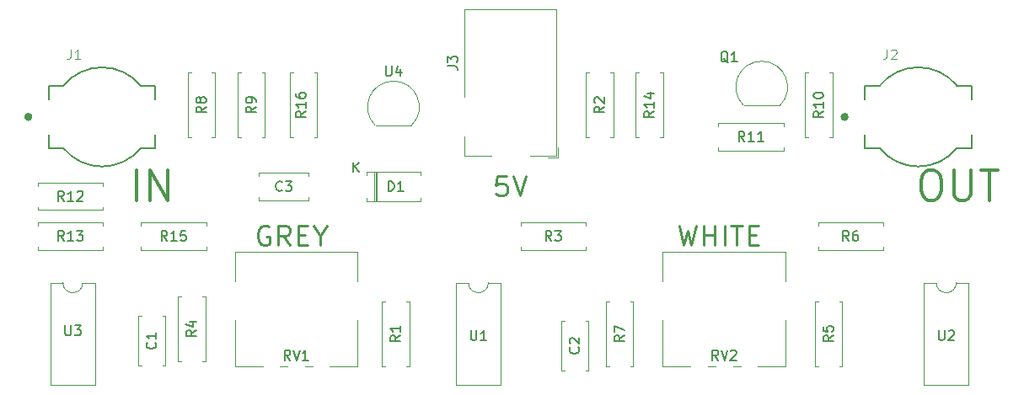
<source format=gbr>
G04 #@! TF.GenerationSoftware,KiCad,Pcbnew,(5.1.4-0-10_14)*
G04 #@! TF.CreationDate,2020-06-13T16:56:11+02:00*
G04 #@! TF.ProjectId,two_comparator_effect,74776f5f-636f-46d7-9061-7261746f725f,rev?*
G04 #@! TF.SameCoordinates,Original*
G04 #@! TF.FileFunction,Legend,Top*
G04 #@! TF.FilePolarity,Positive*
%FSLAX46Y46*%
G04 Gerber Fmt 4.6, Leading zero omitted, Abs format (unit mm)*
G04 Created by KiCad (PCBNEW (5.1.4-0-10_14)) date 2020-06-13 16:56:11*
%MOMM*%
%LPD*%
G04 APERTURE LIST*
%ADD10C,0.250000*%
%ADD11C,0.350000*%
%ADD12C,0.120000*%
%ADD13C,0.400000*%
%ADD14C,0.127000*%
%ADD15C,0.150000*%
%ADD16C,0.050000*%
G04 APERTURE END LIST*
D10*
X139619047Y-57904761D02*
X138666666Y-57904761D01*
X138571428Y-58857142D01*
X138666666Y-58761904D01*
X138857142Y-58666666D01*
X139333333Y-58666666D01*
X139523809Y-58761904D01*
X139619047Y-58857142D01*
X139714285Y-59047619D01*
X139714285Y-59523809D01*
X139619047Y-59714285D01*
X139523809Y-59809523D01*
X139333333Y-59904761D01*
X138857142Y-59904761D01*
X138666666Y-59809523D01*
X138571428Y-59714285D01*
X140285714Y-57904761D02*
X140952380Y-59904761D01*
X141619047Y-57904761D01*
X156952380Y-62904761D02*
X157428571Y-64904761D01*
X157809523Y-63476190D01*
X158190476Y-64904761D01*
X158666666Y-62904761D01*
X159428571Y-64904761D02*
X159428571Y-62904761D01*
X159428571Y-63857142D02*
X160571428Y-63857142D01*
X160571428Y-64904761D02*
X160571428Y-62904761D01*
X161523809Y-64904761D02*
X161523809Y-62904761D01*
X162190476Y-62904761D02*
X163333333Y-62904761D01*
X162761904Y-64904761D02*
X162761904Y-62904761D01*
X164000000Y-63857142D02*
X164666666Y-63857142D01*
X164952380Y-64904761D02*
X164000000Y-64904761D01*
X164000000Y-62904761D01*
X164952380Y-62904761D01*
X115761904Y-63000000D02*
X115571428Y-62904761D01*
X115285714Y-62904761D01*
X115000000Y-63000000D01*
X114809523Y-63190476D01*
X114714285Y-63380952D01*
X114619047Y-63761904D01*
X114619047Y-64047619D01*
X114714285Y-64428571D01*
X114809523Y-64619047D01*
X115000000Y-64809523D01*
X115285714Y-64904761D01*
X115476190Y-64904761D01*
X115761904Y-64809523D01*
X115857142Y-64714285D01*
X115857142Y-64047619D01*
X115476190Y-64047619D01*
X117857142Y-64904761D02*
X117190476Y-63952380D01*
X116714285Y-64904761D02*
X116714285Y-62904761D01*
X117476190Y-62904761D01*
X117666666Y-63000000D01*
X117761904Y-63095238D01*
X117857142Y-63285714D01*
X117857142Y-63571428D01*
X117761904Y-63761904D01*
X117666666Y-63857142D01*
X117476190Y-63952380D01*
X116714285Y-63952380D01*
X118714285Y-63857142D02*
X119380952Y-63857142D01*
X119666666Y-64904761D02*
X118714285Y-64904761D01*
X118714285Y-62904761D01*
X119666666Y-62904761D01*
X120904761Y-63952380D02*
X120904761Y-64904761D01*
X120238095Y-62904761D02*
X120904761Y-63952380D01*
X121571428Y-62904761D01*
D11*
X182000000Y-57357142D02*
X182571428Y-57357142D01*
X182857142Y-57500000D01*
X183142857Y-57785714D01*
X183285714Y-58357142D01*
X183285714Y-59357142D01*
X183142857Y-59928571D01*
X182857142Y-60214285D01*
X182571428Y-60357142D01*
X182000000Y-60357142D01*
X181714285Y-60214285D01*
X181428571Y-59928571D01*
X181285714Y-59357142D01*
X181285714Y-58357142D01*
X181428571Y-57785714D01*
X181714285Y-57500000D01*
X182000000Y-57357142D01*
X184571428Y-57357142D02*
X184571428Y-59785714D01*
X184714285Y-60071428D01*
X184857142Y-60214285D01*
X185142857Y-60357142D01*
X185714285Y-60357142D01*
X186000000Y-60214285D01*
X186142857Y-60071428D01*
X186285714Y-59785714D01*
X186285714Y-57357142D01*
X187285714Y-57357142D02*
X189000000Y-57357142D01*
X188142857Y-60357142D02*
X188142857Y-57357142D01*
X102428571Y-60357142D02*
X102428571Y-57357142D01*
X103857142Y-60357142D02*
X103857142Y-57357142D01*
X105571428Y-60357142D01*
X105571428Y-57357142D01*
D12*
X105370000Y-72030000D02*
X105370000Y-76970000D01*
X102630000Y-72030000D02*
X102630000Y-76970000D01*
X105370000Y-72030000D02*
X105055000Y-72030000D01*
X102945000Y-72030000D02*
X102630000Y-72030000D01*
X105370000Y-76970000D02*
X105055000Y-76970000D01*
X102945000Y-76970000D02*
X102630000Y-76970000D01*
X145445000Y-77470000D02*
X145130000Y-77470000D01*
X147870000Y-77470000D02*
X147555000Y-77470000D01*
X145445000Y-72530000D02*
X145130000Y-72530000D01*
X147870000Y-72530000D02*
X147555000Y-72530000D01*
X145130000Y-72530000D02*
X145130000Y-77470000D01*
X147870000Y-72530000D02*
X147870000Y-77470000D01*
X119720000Y-60370000D02*
X114780000Y-60370000D01*
X119720000Y-57630000D02*
X114780000Y-57630000D01*
X119720000Y-60370000D02*
X119720000Y-60055000D01*
X119720000Y-57945000D02*
X119720000Y-57630000D01*
X114780000Y-60370000D02*
X114780000Y-60055000D01*
X114780000Y-57945000D02*
X114780000Y-57630000D01*
X125590000Y-57860000D02*
X125590000Y-57530000D01*
X125590000Y-57530000D02*
X131030000Y-57530000D01*
X131030000Y-57530000D02*
X131030000Y-57860000D01*
X125590000Y-60140000D02*
X125590000Y-60470000D01*
X125590000Y-60470000D02*
X131030000Y-60470000D01*
X131030000Y-60470000D02*
X131030000Y-60140000D01*
X126490000Y-57530000D02*
X126490000Y-60470000D01*
X126610000Y-57530000D02*
X126610000Y-60470000D01*
X126370000Y-57530000D02*
X126370000Y-60470000D01*
D13*
X91800000Y-52000000D02*
G75*
G03X91800000Y-52000000I-200000J0D01*
G01*
D14*
X104350000Y-48865000D02*
X102884000Y-48865000D01*
X95116000Y-48865000D02*
X93650000Y-48865000D01*
X95116000Y-55135000D02*
X93650000Y-55135000D01*
X104350000Y-55135000D02*
X102884000Y-55135000D01*
X95117924Y-48862628D02*
G75*
G02X102884000Y-48865000I3882076J-3151223D01*
G01*
X102882076Y-55137372D02*
G75*
G02X95116000Y-55135000I-3882076J3151223D01*
G01*
X93650000Y-53765000D02*
X93650000Y-55135000D01*
X93650000Y-48865000D02*
X93650000Y-50235000D01*
X104350000Y-48865000D02*
X104350000Y-50235000D01*
X104350000Y-53765000D02*
X104350000Y-55135000D01*
X186350000Y-53765000D02*
X186350000Y-55135000D01*
X186350000Y-48865000D02*
X186350000Y-50235000D01*
X175650000Y-48865000D02*
X175650000Y-50235000D01*
X175650000Y-53765000D02*
X175650000Y-55135000D01*
X184882076Y-55137372D02*
G75*
G02X177116000Y-55135000I-3882076J3151223D01*
G01*
X177117924Y-48862628D02*
G75*
G02X184884000Y-48865000I3882076J-3151223D01*
G01*
X186350000Y-55135000D02*
X184884000Y-55135000D01*
X177116000Y-55135000D02*
X175650000Y-55135000D01*
X177116000Y-48865000D02*
X175650000Y-48865000D01*
X186350000Y-48865000D02*
X184884000Y-48865000D01*
D13*
X173800000Y-52000000D02*
G75*
G03X173800000Y-52000000I-200000J0D01*
G01*
D12*
X143750000Y-56100000D02*
X144800000Y-56100000D01*
X144800000Y-55050000D02*
X144800000Y-56100000D01*
X135400000Y-50000000D02*
X135400000Y-41200000D01*
X135400000Y-41200000D02*
X144600000Y-41200000D01*
X138100000Y-55900000D02*
X135400000Y-55900000D01*
X135400000Y-55900000D02*
X135400000Y-54000000D01*
X144600000Y-41200000D02*
X144600000Y-55900000D01*
X144600000Y-55900000D02*
X142000000Y-55900000D01*
X167108478Y-50838478D02*
G75*
G03X165270000Y-46400000I-1838478J1838478D01*
G01*
X163431522Y-50838478D02*
G75*
G02X165270000Y-46400000I1838478J1838478D01*
G01*
X163470000Y-50850000D02*
X167070000Y-50850000D01*
X129540000Y-70540000D02*
X129870000Y-70540000D01*
X129870000Y-70540000D02*
X129870000Y-77080000D01*
X129870000Y-77080000D02*
X129540000Y-77080000D01*
X127460000Y-70540000D02*
X127130000Y-70540000D01*
X127130000Y-70540000D02*
X127130000Y-77080000D01*
X127130000Y-77080000D02*
X127460000Y-77080000D01*
X147630000Y-54080000D02*
X147960000Y-54080000D01*
X147630000Y-47540000D02*
X147630000Y-54080000D01*
X147960000Y-47540000D02*
X147630000Y-47540000D01*
X150370000Y-54080000D02*
X150040000Y-54080000D01*
X150370000Y-47540000D02*
X150370000Y-54080000D01*
X150040000Y-47540000D02*
X150370000Y-47540000D01*
X141040000Y-62960000D02*
X141040000Y-62630000D01*
X141040000Y-62630000D02*
X147580000Y-62630000D01*
X147580000Y-62630000D02*
X147580000Y-62960000D01*
X141040000Y-65040000D02*
X141040000Y-65370000D01*
X141040000Y-65370000D02*
X147580000Y-65370000D01*
X147580000Y-65370000D02*
X147580000Y-65040000D01*
X106630000Y-76580000D02*
X106960000Y-76580000D01*
X106630000Y-70040000D02*
X106630000Y-76580000D01*
X106960000Y-70040000D02*
X106630000Y-70040000D01*
X109370000Y-76580000D02*
X109040000Y-76580000D01*
X109370000Y-70040000D02*
X109370000Y-76580000D01*
X109040000Y-70040000D02*
X109370000Y-70040000D01*
X170630000Y-77080000D02*
X170960000Y-77080000D01*
X170630000Y-70540000D02*
X170630000Y-77080000D01*
X170960000Y-70540000D02*
X170630000Y-70540000D01*
X173370000Y-77080000D02*
X173040000Y-77080000D01*
X173370000Y-70540000D02*
X173370000Y-77080000D01*
X173040000Y-70540000D02*
X173370000Y-70540000D01*
X170920000Y-62630000D02*
X170920000Y-62960000D01*
X177460000Y-62630000D02*
X170920000Y-62630000D01*
X177460000Y-62960000D02*
X177460000Y-62630000D01*
X170920000Y-65370000D02*
X170920000Y-65040000D01*
X177460000Y-65370000D02*
X170920000Y-65370000D01*
X177460000Y-65040000D02*
X177460000Y-65370000D01*
X152040000Y-70540000D02*
X152370000Y-70540000D01*
X152370000Y-70540000D02*
X152370000Y-77080000D01*
X152370000Y-77080000D02*
X152040000Y-77080000D01*
X149960000Y-70540000D02*
X149630000Y-70540000D01*
X149630000Y-70540000D02*
X149630000Y-77080000D01*
X149630000Y-77080000D02*
X149960000Y-77080000D01*
X110040000Y-47540000D02*
X110370000Y-47540000D01*
X110370000Y-47540000D02*
X110370000Y-54080000D01*
X110370000Y-54080000D02*
X110040000Y-54080000D01*
X107960000Y-47540000D02*
X107630000Y-47540000D01*
X107630000Y-47540000D02*
X107630000Y-54080000D01*
X107630000Y-54080000D02*
X107960000Y-54080000D01*
X112630000Y-54080000D02*
X112960000Y-54080000D01*
X112630000Y-47540000D02*
X112630000Y-54080000D01*
X112960000Y-47540000D02*
X112630000Y-47540000D01*
X115370000Y-54080000D02*
X115040000Y-54080000D01*
X115370000Y-47540000D02*
X115370000Y-54080000D01*
X115040000Y-47540000D02*
X115370000Y-47540000D01*
X169630000Y-54080000D02*
X169960000Y-54080000D01*
X169630000Y-47540000D02*
X169630000Y-54080000D01*
X169960000Y-47540000D02*
X169630000Y-47540000D01*
X172370000Y-54080000D02*
X172040000Y-54080000D01*
X172370000Y-47540000D02*
X172370000Y-54080000D01*
X172040000Y-47540000D02*
X172370000Y-47540000D01*
X167460000Y-55040000D02*
X167460000Y-55370000D01*
X167460000Y-55370000D02*
X160920000Y-55370000D01*
X160920000Y-55370000D02*
X160920000Y-55040000D01*
X167460000Y-52960000D02*
X167460000Y-52630000D01*
X167460000Y-52630000D02*
X160920000Y-52630000D01*
X160920000Y-52630000D02*
X160920000Y-52960000D01*
X92540000Y-58960000D02*
X92540000Y-58630000D01*
X92540000Y-58630000D02*
X99080000Y-58630000D01*
X99080000Y-58630000D02*
X99080000Y-58960000D01*
X92540000Y-61040000D02*
X92540000Y-61370000D01*
X92540000Y-61370000D02*
X99080000Y-61370000D01*
X99080000Y-61370000D02*
X99080000Y-61040000D01*
X92540000Y-62960000D02*
X92540000Y-62630000D01*
X92540000Y-62630000D02*
X99080000Y-62630000D01*
X99080000Y-62630000D02*
X99080000Y-62960000D01*
X92540000Y-65040000D02*
X92540000Y-65370000D01*
X92540000Y-65370000D02*
X99080000Y-65370000D01*
X99080000Y-65370000D02*
X99080000Y-65040000D01*
X152630000Y-54080000D02*
X152960000Y-54080000D01*
X152630000Y-47540000D02*
X152630000Y-54080000D01*
X152960000Y-47540000D02*
X152630000Y-47540000D01*
X155370000Y-54080000D02*
X155040000Y-54080000D01*
X155370000Y-47540000D02*
X155370000Y-54080000D01*
X155040000Y-47540000D02*
X155370000Y-47540000D01*
X102920000Y-62630000D02*
X102920000Y-62960000D01*
X109460000Y-62630000D02*
X102920000Y-62630000D01*
X109460000Y-62960000D02*
X109460000Y-62630000D01*
X102920000Y-65370000D02*
X102920000Y-65040000D01*
X109460000Y-65370000D02*
X102920000Y-65370000D01*
X109460000Y-65040000D02*
X109460000Y-65370000D01*
X120290000Y-47540000D02*
X120620000Y-47540000D01*
X120620000Y-47540000D02*
X120620000Y-54080000D01*
X120620000Y-54080000D02*
X120290000Y-54080000D01*
X118210000Y-47540000D02*
X117880000Y-47540000D01*
X117880000Y-47540000D02*
X117880000Y-54080000D01*
X117880000Y-54080000D02*
X118210000Y-54080000D01*
X112330000Y-65530000D02*
X124670000Y-65530000D01*
X121870000Y-77120000D02*
X124670000Y-77120000D01*
X119371000Y-77120000D02*
X120130000Y-77120000D01*
X116871000Y-77120000D02*
X117630000Y-77120000D01*
X112330000Y-77120000D02*
X115129000Y-77120000D01*
X124670000Y-68545000D02*
X124670000Y-65530000D01*
X124670000Y-77120000D02*
X124670000Y-72454000D01*
X112330000Y-68545000D02*
X112330000Y-65530000D01*
X112330000Y-77120000D02*
X112330000Y-72454000D01*
X155330000Y-77120000D02*
X155330000Y-72454000D01*
X155330000Y-68545000D02*
X155330000Y-65530000D01*
X167670000Y-77120000D02*
X167670000Y-72454000D01*
X167670000Y-68545000D02*
X167670000Y-65530000D01*
X155330000Y-77120000D02*
X158129000Y-77120000D01*
X159871000Y-77120000D02*
X160630000Y-77120000D01*
X162371000Y-77120000D02*
X163130000Y-77120000D01*
X164870000Y-77120000D02*
X167670000Y-77120000D01*
X155330000Y-65530000D02*
X167670000Y-65530000D01*
X137810000Y-68670000D02*
G75*
G02X135810000Y-68670000I-1000000J0D01*
G01*
X135810000Y-68670000D02*
X134560000Y-68670000D01*
X134560000Y-68670000D02*
X134560000Y-78950000D01*
X134560000Y-78950000D02*
X139060000Y-78950000D01*
X139060000Y-78950000D02*
X139060000Y-68670000D01*
X139060000Y-68670000D02*
X137810000Y-68670000D01*
X186060000Y-68670000D02*
X184810000Y-68670000D01*
X186060000Y-78950000D02*
X186060000Y-68670000D01*
X181560000Y-78950000D02*
X186060000Y-78950000D01*
X181560000Y-68670000D02*
X181560000Y-78950000D01*
X182810000Y-68670000D02*
X181560000Y-68670000D01*
X184810000Y-68670000D02*
G75*
G02X182810000Y-68670000I-1000000J0D01*
G01*
X97060000Y-68670000D02*
G75*
G02X95060000Y-68670000I-1000000J0D01*
G01*
X95060000Y-68670000D02*
X93810000Y-68670000D01*
X93810000Y-68670000D02*
X93810000Y-78950000D01*
X93810000Y-78950000D02*
X98310000Y-78950000D01*
X98310000Y-78950000D02*
X98310000Y-68670000D01*
X98310000Y-68670000D02*
X97060000Y-68670000D01*
X126470000Y-52850000D02*
X130070000Y-52850000D01*
X126431522Y-52838478D02*
G75*
G02X128270000Y-48400000I1838478J1838478D01*
G01*
X130108478Y-52838478D02*
G75*
G03X128270000Y-48400000I-1838478J1838478D01*
G01*
D15*
X104357142Y-74666666D02*
X104404761Y-74714285D01*
X104452380Y-74857142D01*
X104452380Y-74952380D01*
X104404761Y-75095238D01*
X104309523Y-75190476D01*
X104214285Y-75238095D01*
X104023809Y-75285714D01*
X103880952Y-75285714D01*
X103690476Y-75238095D01*
X103595238Y-75190476D01*
X103500000Y-75095238D01*
X103452380Y-74952380D01*
X103452380Y-74857142D01*
X103500000Y-74714285D01*
X103547619Y-74666666D01*
X104452380Y-73714285D02*
X104452380Y-74285714D01*
X104452380Y-74000000D02*
X103452380Y-74000000D01*
X103595238Y-74095238D01*
X103690476Y-74190476D01*
X103738095Y-74285714D01*
X146857142Y-75166666D02*
X146904761Y-75214285D01*
X146952380Y-75357142D01*
X146952380Y-75452380D01*
X146904761Y-75595238D01*
X146809523Y-75690476D01*
X146714285Y-75738095D01*
X146523809Y-75785714D01*
X146380952Y-75785714D01*
X146190476Y-75738095D01*
X146095238Y-75690476D01*
X146000000Y-75595238D01*
X145952380Y-75452380D01*
X145952380Y-75357142D01*
X146000000Y-75214285D01*
X146047619Y-75166666D01*
X146047619Y-74785714D02*
X146000000Y-74738095D01*
X145952380Y-74642857D01*
X145952380Y-74404761D01*
X146000000Y-74309523D01*
X146047619Y-74261904D01*
X146142857Y-74214285D01*
X146238095Y-74214285D01*
X146380952Y-74261904D01*
X146952380Y-74833333D01*
X146952380Y-74214285D01*
X117083333Y-59357142D02*
X117035714Y-59404761D01*
X116892857Y-59452380D01*
X116797619Y-59452380D01*
X116654761Y-59404761D01*
X116559523Y-59309523D01*
X116511904Y-59214285D01*
X116464285Y-59023809D01*
X116464285Y-58880952D01*
X116511904Y-58690476D01*
X116559523Y-58595238D01*
X116654761Y-58500000D01*
X116797619Y-58452380D01*
X116892857Y-58452380D01*
X117035714Y-58500000D01*
X117083333Y-58547619D01*
X117416666Y-58452380D02*
X118035714Y-58452380D01*
X117702380Y-58833333D01*
X117845238Y-58833333D01*
X117940476Y-58880952D01*
X117988095Y-58928571D01*
X118035714Y-59023809D01*
X118035714Y-59261904D01*
X117988095Y-59357142D01*
X117940476Y-59404761D01*
X117845238Y-59452380D01*
X117559523Y-59452380D01*
X117464285Y-59404761D01*
X117416666Y-59357142D01*
X127761904Y-59452380D02*
X127761904Y-58452380D01*
X128000000Y-58452380D01*
X128142857Y-58500000D01*
X128238095Y-58595238D01*
X128285714Y-58690476D01*
X128333333Y-58880952D01*
X128333333Y-59023809D01*
X128285714Y-59214285D01*
X128238095Y-59309523D01*
X128142857Y-59404761D01*
X128000000Y-59452380D01*
X127761904Y-59452380D01*
X129285714Y-59452380D02*
X128714285Y-59452380D01*
X129000000Y-59452380D02*
X129000000Y-58452380D01*
X128904761Y-58595238D01*
X128809523Y-58690476D01*
X128714285Y-58738095D01*
X124238095Y-57552380D02*
X124238095Y-56552380D01*
X124809523Y-57552380D02*
X124380952Y-56980952D01*
X124809523Y-56552380D02*
X124238095Y-57123809D01*
D16*
X95822150Y-45207717D02*
X95822150Y-45923025D01*
X95774462Y-46066086D01*
X95679088Y-46161460D01*
X95536027Y-46209147D01*
X95440652Y-46209147D01*
X96823580Y-46209147D02*
X96251334Y-46209147D01*
X96537457Y-46209147D02*
X96537457Y-45207717D01*
X96442082Y-45350779D01*
X96346708Y-45446153D01*
X96251334Y-45493840D01*
X177822150Y-45207717D02*
X177822150Y-45923025D01*
X177774462Y-46066086D01*
X177679088Y-46161460D01*
X177536027Y-46209147D01*
X177440652Y-46209147D01*
X178251334Y-45303092D02*
X178299021Y-45255405D01*
X178394395Y-45207717D01*
X178632831Y-45207717D01*
X178728205Y-45255405D01*
X178775892Y-45303092D01*
X178823580Y-45398466D01*
X178823580Y-45493840D01*
X178775892Y-45636902D01*
X178203647Y-46209147D01*
X178823580Y-46209147D01*
D15*
X133702380Y-46883333D02*
X134416666Y-46883333D01*
X134559523Y-46930952D01*
X134654761Y-47026190D01*
X134702380Y-47169047D01*
X134702380Y-47264285D01*
X133702380Y-46502380D02*
X133702380Y-45883333D01*
X134083333Y-46216666D01*
X134083333Y-46073809D01*
X134130952Y-45978571D01*
X134178571Y-45930952D01*
X134273809Y-45883333D01*
X134511904Y-45883333D01*
X134607142Y-45930952D01*
X134654761Y-45978571D01*
X134702380Y-46073809D01*
X134702380Y-46359523D01*
X134654761Y-46454761D01*
X134607142Y-46502380D01*
X161904761Y-46547619D02*
X161809523Y-46500000D01*
X161714285Y-46404761D01*
X161571428Y-46261904D01*
X161476190Y-46214285D01*
X161380952Y-46214285D01*
X161428571Y-46452380D02*
X161333333Y-46404761D01*
X161238095Y-46309523D01*
X161190476Y-46119047D01*
X161190476Y-45785714D01*
X161238095Y-45595238D01*
X161333333Y-45500000D01*
X161428571Y-45452380D01*
X161619047Y-45452380D01*
X161714285Y-45500000D01*
X161809523Y-45595238D01*
X161857142Y-45785714D01*
X161857142Y-46119047D01*
X161809523Y-46309523D01*
X161714285Y-46404761D01*
X161619047Y-46452380D01*
X161428571Y-46452380D01*
X162809523Y-46452380D02*
X162238095Y-46452380D01*
X162523809Y-46452380D02*
X162523809Y-45452380D01*
X162428571Y-45595238D01*
X162333333Y-45690476D01*
X162238095Y-45738095D01*
X128952380Y-73976666D02*
X128476190Y-74310000D01*
X128952380Y-74548095D02*
X127952380Y-74548095D01*
X127952380Y-74167142D01*
X128000000Y-74071904D01*
X128047619Y-74024285D01*
X128142857Y-73976666D01*
X128285714Y-73976666D01*
X128380952Y-74024285D01*
X128428571Y-74071904D01*
X128476190Y-74167142D01*
X128476190Y-74548095D01*
X128952380Y-73024285D02*
X128952380Y-73595714D01*
X128952380Y-73310000D02*
X127952380Y-73310000D01*
X128095238Y-73405238D01*
X128190476Y-73500476D01*
X128238095Y-73595714D01*
X149452380Y-50976666D02*
X148976190Y-51310000D01*
X149452380Y-51548095D02*
X148452380Y-51548095D01*
X148452380Y-51167142D01*
X148500000Y-51071904D01*
X148547619Y-51024285D01*
X148642857Y-50976666D01*
X148785714Y-50976666D01*
X148880952Y-51024285D01*
X148928571Y-51071904D01*
X148976190Y-51167142D01*
X148976190Y-51548095D01*
X148547619Y-50595714D02*
X148500000Y-50548095D01*
X148452380Y-50452857D01*
X148452380Y-50214761D01*
X148500000Y-50119523D01*
X148547619Y-50071904D01*
X148642857Y-50024285D01*
X148738095Y-50024285D01*
X148880952Y-50071904D01*
X149452380Y-50643333D01*
X149452380Y-50024285D01*
X144143333Y-64452380D02*
X143810000Y-63976190D01*
X143571904Y-64452380D02*
X143571904Y-63452380D01*
X143952857Y-63452380D01*
X144048095Y-63500000D01*
X144095714Y-63547619D01*
X144143333Y-63642857D01*
X144143333Y-63785714D01*
X144095714Y-63880952D01*
X144048095Y-63928571D01*
X143952857Y-63976190D01*
X143571904Y-63976190D01*
X144476666Y-63452380D02*
X145095714Y-63452380D01*
X144762380Y-63833333D01*
X144905238Y-63833333D01*
X145000476Y-63880952D01*
X145048095Y-63928571D01*
X145095714Y-64023809D01*
X145095714Y-64261904D01*
X145048095Y-64357142D01*
X145000476Y-64404761D01*
X144905238Y-64452380D01*
X144619523Y-64452380D01*
X144524285Y-64404761D01*
X144476666Y-64357142D01*
X108452380Y-73476666D02*
X107976190Y-73810000D01*
X108452380Y-74048095D02*
X107452380Y-74048095D01*
X107452380Y-73667142D01*
X107500000Y-73571904D01*
X107547619Y-73524285D01*
X107642857Y-73476666D01*
X107785714Y-73476666D01*
X107880952Y-73524285D01*
X107928571Y-73571904D01*
X107976190Y-73667142D01*
X107976190Y-74048095D01*
X107785714Y-72619523D02*
X108452380Y-72619523D01*
X107404761Y-72857619D02*
X108119047Y-73095714D01*
X108119047Y-72476666D01*
X172452380Y-73976666D02*
X171976190Y-74310000D01*
X172452380Y-74548095D02*
X171452380Y-74548095D01*
X171452380Y-74167142D01*
X171500000Y-74071904D01*
X171547619Y-74024285D01*
X171642857Y-73976666D01*
X171785714Y-73976666D01*
X171880952Y-74024285D01*
X171928571Y-74071904D01*
X171976190Y-74167142D01*
X171976190Y-74548095D01*
X171452380Y-73071904D02*
X171452380Y-73548095D01*
X171928571Y-73595714D01*
X171880952Y-73548095D01*
X171833333Y-73452857D01*
X171833333Y-73214761D01*
X171880952Y-73119523D01*
X171928571Y-73071904D01*
X172023809Y-73024285D01*
X172261904Y-73024285D01*
X172357142Y-73071904D01*
X172404761Y-73119523D01*
X172452380Y-73214761D01*
X172452380Y-73452857D01*
X172404761Y-73548095D01*
X172357142Y-73595714D01*
X174023333Y-64452380D02*
X173690000Y-63976190D01*
X173451904Y-64452380D02*
X173451904Y-63452380D01*
X173832857Y-63452380D01*
X173928095Y-63500000D01*
X173975714Y-63547619D01*
X174023333Y-63642857D01*
X174023333Y-63785714D01*
X173975714Y-63880952D01*
X173928095Y-63928571D01*
X173832857Y-63976190D01*
X173451904Y-63976190D01*
X174880476Y-63452380D02*
X174690000Y-63452380D01*
X174594761Y-63500000D01*
X174547142Y-63547619D01*
X174451904Y-63690476D01*
X174404285Y-63880952D01*
X174404285Y-64261904D01*
X174451904Y-64357142D01*
X174499523Y-64404761D01*
X174594761Y-64452380D01*
X174785238Y-64452380D01*
X174880476Y-64404761D01*
X174928095Y-64357142D01*
X174975714Y-64261904D01*
X174975714Y-64023809D01*
X174928095Y-63928571D01*
X174880476Y-63880952D01*
X174785238Y-63833333D01*
X174594761Y-63833333D01*
X174499523Y-63880952D01*
X174451904Y-63928571D01*
X174404285Y-64023809D01*
X151452380Y-73976666D02*
X150976190Y-74310000D01*
X151452380Y-74548095D02*
X150452380Y-74548095D01*
X150452380Y-74167142D01*
X150500000Y-74071904D01*
X150547619Y-74024285D01*
X150642857Y-73976666D01*
X150785714Y-73976666D01*
X150880952Y-74024285D01*
X150928571Y-74071904D01*
X150976190Y-74167142D01*
X150976190Y-74548095D01*
X150452380Y-73643333D02*
X150452380Y-72976666D01*
X151452380Y-73405238D01*
X109452380Y-50976666D02*
X108976190Y-51310000D01*
X109452380Y-51548095D02*
X108452380Y-51548095D01*
X108452380Y-51167142D01*
X108500000Y-51071904D01*
X108547619Y-51024285D01*
X108642857Y-50976666D01*
X108785714Y-50976666D01*
X108880952Y-51024285D01*
X108928571Y-51071904D01*
X108976190Y-51167142D01*
X108976190Y-51548095D01*
X108880952Y-50405238D02*
X108833333Y-50500476D01*
X108785714Y-50548095D01*
X108690476Y-50595714D01*
X108642857Y-50595714D01*
X108547619Y-50548095D01*
X108500000Y-50500476D01*
X108452380Y-50405238D01*
X108452380Y-50214761D01*
X108500000Y-50119523D01*
X108547619Y-50071904D01*
X108642857Y-50024285D01*
X108690476Y-50024285D01*
X108785714Y-50071904D01*
X108833333Y-50119523D01*
X108880952Y-50214761D01*
X108880952Y-50405238D01*
X108928571Y-50500476D01*
X108976190Y-50548095D01*
X109071428Y-50595714D01*
X109261904Y-50595714D01*
X109357142Y-50548095D01*
X109404761Y-50500476D01*
X109452380Y-50405238D01*
X109452380Y-50214761D01*
X109404761Y-50119523D01*
X109357142Y-50071904D01*
X109261904Y-50024285D01*
X109071428Y-50024285D01*
X108976190Y-50071904D01*
X108928571Y-50119523D01*
X108880952Y-50214761D01*
X114452380Y-50976666D02*
X113976190Y-51310000D01*
X114452380Y-51548095D02*
X113452380Y-51548095D01*
X113452380Y-51167142D01*
X113500000Y-51071904D01*
X113547619Y-51024285D01*
X113642857Y-50976666D01*
X113785714Y-50976666D01*
X113880952Y-51024285D01*
X113928571Y-51071904D01*
X113976190Y-51167142D01*
X113976190Y-51548095D01*
X114452380Y-50500476D02*
X114452380Y-50310000D01*
X114404761Y-50214761D01*
X114357142Y-50167142D01*
X114214285Y-50071904D01*
X114023809Y-50024285D01*
X113642857Y-50024285D01*
X113547619Y-50071904D01*
X113500000Y-50119523D01*
X113452380Y-50214761D01*
X113452380Y-50405238D01*
X113500000Y-50500476D01*
X113547619Y-50548095D01*
X113642857Y-50595714D01*
X113880952Y-50595714D01*
X113976190Y-50548095D01*
X114023809Y-50500476D01*
X114071428Y-50405238D01*
X114071428Y-50214761D01*
X114023809Y-50119523D01*
X113976190Y-50071904D01*
X113880952Y-50024285D01*
X171452380Y-51452857D02*
X170976190Y-51786190D01*
X171452380Y-52024285D02*
X170452380Y-52024285D01*
X170452380Y-51643333D01*
X170500000Y-51548095D01*
X170547619Y-51500476D01*
X170642857Y-51452857D01*
X170785714Y-51452857D01*
X170880952Y-51500476D01*
X170928571Y-51548095D01*
X170976190Y-51643333D01*
X170976190Y-52024285D01*
X171452380Y-50500476D02*
X171452380Y-51071904D01*
X171452380Y-50786190D02*
X170452380Y-50786190D01*
X170595238Y-50881428D01*
X170690476Y-50976666D01*
X170738095Y-51071904D01*
X170452380Y-49881428D02*
X170452380Y-49786190D01*
X170500000Y-49690952D01*
X170547619Y-49643333D01*
X170642857Y-49595714D01*
X170833333Y-49548095D01*
X171071428Y-49548095D01*
X171261904Y-49595714D01*
X171357142Y-49643333D01*
X171404761Y-49690952D01*
X171452380Y-49786190D01*
X171452380Y-49881428D01*
X171404761Y-49976666D01*
X171357142Y-50024285D01*
X171261904Y-50071904D01*
X171071428Y-50119523D01*
X170833333Y-50119523D01*
X170642857Y-50071904D01*
X170547619Y-50024285D01*
X170500000Y-49976666D01*
X170452380Y-49881428D01*
X163547142Y-54452380D02*
X163213809Y-53976190D01*
X162975714Y-54452380D02*
X162975714Y-53452380D01*
X163356666Y-53452380D01*
X163451904Y-53500000D01*
X163499523Y-53547619D01*
X163547142Y-53642857D01*
X163547142Y-53785714D01*
X163499523Y-53880952D01*
X163451904Y-53928571D01*
X163356666Y-53976190D01*
X162975714Y-53976190D01*
X164499523Y-54452380D02*
X163928095Y-54452380D01*
X164213809Y-54452380D02*
X164213809Y-53452380D01*
X164118571Y-53595238D01*
X164023333Y-53690476D01*
X163928095Y-53738095D01*
X165451904Y-54452380D02*
X164880476Y-54452380D01*
X165166190Y-54452380D02*
X165166190Y-53452380D01*
X165070952Y-53595238D01*
X164975714Y-53690476D01*
X164880476Y-53738095D01*
X95167142Y-60452380D02*
X94833809Y-59976190D01*
X94595714Y-60452380D02*
X94595714Y-59452380D01*
X94976666Y-59452380D01*
X95071904Y-59500000D01*
X95119523Y-59547619D01*
X95167142Y-59642857D01*
X95167142Y-59785714D01*
X95119523Y-59880952D01*
X95071904Y-59928571D01*
X94976666Y-59976190D01*
X94595714Y-59976190D01*
X96119523Y-60452380D02*
X95548095Y-60452380D01*
X95833809Y-60452380D02*
X95833809Y-59452380D01*
X95738571Y-59595238D01*
X95643333Y-59690476D01*
X95548095Y-59738095D01*
X96500476Y-59547619D02*
X96548095Y-59500000D01*
X96643333Y-59452380D01*
X96881428Y-59452380D01*
X96976666Y-59500000D01*
X97024285Y-59547619D01*
X97071904Y-59642857D01*
X97071904Y-59738095D01*
X97024285Y-59880952D01*
X96452857Y-60452380D01*
X97071904Y-60452380D01*
X95167142Y-64452380D02*
X94833809Y-63976190D01*
X94595714Y-64452380D02*
X94595714Y-63452380D01*
X94976666Y-63452380D01*
X95071904Y-63500000D01*
X95119523Y-63547619D01*
X95167142Y-63642857D01*
X95167142Y-63785714D01*
X95119523Y-63880952D01*
X95071904Y-63928571D01*
X94976666Y-63976190D01*
X94595714Y-63976190D01*
X96119523Y-64452380D02*
X95548095Y-64452380D01*
X95833809Y-64452380D02*
X95833809Y-63452380D01*
X95738571Y-63595238D01*
X95643333Y-63690476D01*
X95548095Y-63738095D01*
X96452857Y-63452380D02*
X97071904Y-63452380D01*
X96738571Y-63833333D01*
X96881428Y-63833333D01*
X96976666Y-63880952D01*
X97024285Y-63928571D01*
X97071904Y-64023809D01*
X97071904Y-64261904D01*
X97024285Y-64357142D01*
X96976666Y-64404761D01*
X96881428Y-64452380D01*
X96595714Y-64452380D01*
X96500476Y-64404761D01*
X96452857Y-64357142D01*
X154452380Y-51452857D02*
X153976190Y-51786190D01*
X154452380Y-52024285D02*
X153452380Y-52024285D01*
X153452380Y-51643333D01*
X153500000Y-51548095D01*
X153547619Y-51500476D01*
X153642857Y-51452857D01*
X153785714Y-51452857D01*
X153880952Y-51500476D01*
X153928571Y-51548095D01*
X153976190Y-51643333D01*
X153976190Y-52024285D01*
X154452380Y-50500476D02*
X154452380Y-51071904D01*
X154452380Y-50786190D02*
X153452380Y-50786190D01*
X153595238Y-50881428D01*
X153690476Y-50976666D01*
X153738095Y-51071904D01*
X153785714Y-49643333D02*
X154452380Y-49643333D01*
X153404761Y-49881428D02*
X154119047Y-50119523D01*
X154119047Y-49500476D01*
X105547142Y-64452380D02*
X105213809Y-63976190D01*
X104975714Y-64452380D02*
X104975714Y-63452380D01*
X105356666Y-63452380D01*
X105451904Y-63500000D01*
X105499523Y-63547619D01*
X105547142Y-63642857D01*
X105547142Y-63785714D01*
X105499523Y-63880952D01*
X105451904Y-63928571D01*
X105356666Y-63976190D01*
X104975714Y-63976190D01*
X106499523Y-64452380D02*
X105928095Y-64452380D01*
X106213809Y-64452380D02*
X106213809Y-63452380D01*
X106118571Y-63595238D01*
X106023333Y-63690476D01*
X105928095Y-63738095D01*
X107404285Y-63452380D02*
X106928095Y-63452380D01*
X106880476Y-63928571D01*
X106928095Y-63880952D01*
X107023333Y-63833333D01*
X107261428Y-63833333D01*
X107356666Y-63880952D01*
X107404285Y-63928571D01*
X107451904Y-64023809D01*
X107451904Y-64261904D01*
X107404285Y-64357142D01*
X107356666Y-64404761D01*
X107261428Y-64452380D01*
X107023333Y-64452380D01*
X106928095Y-64404761D01*
X106880476Y-64357142D01*
X119452380Y-51452857D02*
X118976190Y-51786190D01*
X119452380Y-52024285D02*
X118452380Y-52024285D01*
X118452380Y-51643333D01*
X118500000Y-51548095D01*
X118547619Y-51500476D01*
X118642857Y-51452857D01*
X118785714Y-51452857D01*
X118880952Y-51500476D01*
X118928571Y-51548095D01*
X118976190Y-51643333D01*
X118976190Y-52024285D01*
X119452380Y-50500476D02*
X119452380Y-51071904D01*
X119452380Y-50786190D02*
X118452380Y-50786190D01*
X118595238Y-50881428D01*
X118690476Y-50976666D01*
X118738095Y-51071904D01*
X118452380Y-49643333D02*
X118452380Y-49833809D01*
X118500000Y-49929047D01*
X118547619Y-49976666D01*
X118690476Y-50071904D01*
X118880952Y-50119523D01*
X119261904Y-50119523D01*
X119357142Y-50071904D01*
X119404761Y-50024285D01*
X119452380Y-49929047D01*
X119452380Y-49738571D01*
X119404761Y-49643333D01*
X119357142Y-49595714D01*
X119261904Y-49548095D01*
X119023809Y-49548095D01*
X118928571Y-49595714D01*
X118880952Y-49643333D01*
X118833333Y-49738571D01*
X118833333Y-49929047D01*
X118880952Y-50024285D01*
X118928571Y-50071904D01*
X119023809Y-50119523D01*
X117904761Y-76452380D02*
X117571428Y-75976190D01*
X117333333Y-76452380D02*
X117333333Y-75452380D01*
X117714285Y-75452380D01*
X117809523Y-75500000D01*
X117857142Y-75547619D01*
X117904761Y-75642857D01*
X117904761Y-75785714D01*
X117857142Y-75880952D01*
X117809523Y-75928571D01*
X117714285Y-75976190D01*
X117333333Y-75976190D01*
X118190476Y-75452380D02*
X118523809Y-76452380D01*
X118857142Y-75452380D01*
X119714285Y-76452380D02*
X119142857Y-76452380D01*
X119428571Y-76452380D02*
X119428571Y-75452380D01*
X119333333Y-75595238D01*
X119238095Y-75690476D01*
X119142857Y-75738095D01*
X160904761Y-76452380D02*
X160571428Y-75976190D01*
X160333333Y-76452380D02*
X160333333Y-75452380D01*
X160714285Y-75452380D01*
X160809523Y-75500000D01*
X160857142Y-75547619D01*
X160904761Y-75642857D01*
X160904761Y-75785714D01*
X160857142Y-75880952D01*
X160809523Y-75928571D01*
X160714285Y-75976190D01*
X160333333Y-75976190D01*
X161190476Y-75452380D02*
X161523809Y-76452380D01*
X161857142Y-75452380D01*
X162142857Y-75547619D02*
X162190476Y-75500000D01*
X162285714Y-75452380D01*
X162523809Y-75452380D01*
X162619047Y-75500000D01*
X162666666Y-75547619D01*
X162714285Y-75642857D01*
X162714285Y-75738095D01*
X162666666Y-75880952D01*
X162095238Y-76452380D01*
X162714285Y-76452380D01*
X136048095Y-73452380D02*
X136048095Y-74261904D01*
X136095714Y-74357142D01*
X136143333Y-74404761D01*
X136238571Y-74452380D01*
X136429047Y-74452380D01*
X136524285Y-74404761D01*
X136571904Y-74357142D01*
X136619523Y-74261904D01*
X136619523Y-73452380D01*
X137619523Y-74452380D02*
X137048095Y-74452380D01*
X137333809Y-74452380D02*
X137333809Y-73452380D01*
X137238571Y-73595238D01*
X137143333Y-73690476D01*
X137048095Y-73738095D01*
X183048095Y-73452380D02*
X183048095Y-74261904D01*
X183095714Y-74357142D01*
X183143333Y-74404761D01*
X183238571Y-74452380D01*
X183429047Y-74452380D01*
X183524285Y-74404761D01*
X183571904Y-74357142D01*
X183619523Y-74261904D01*
X183619523Y-73452380D01*
X184048095Y-73547619D02*
X184095714Y-73500000D01*
X184190952Y-73452380D01*
X184429047Y-73452380D01*
X184524285Y-73500000D01*
X184571904Y-73547619D01*
X184619523Y-73642857D01*
X184619523Y-73738095D01*
X184571904Y-73880952D01*
X184000476Y-74452380D01*
X184619523Y-74452380D01*
X95298095Y-72952380D02*
X95298095Y-73761904D01*
X95345714Y-73857142D01*
X95393333Y-73904761D01*
X95488571Y-73952380D01*
X95679047Y-73952380D01*
X95774285Y-73904761D01*
X95821904Y-73857142D01*
X95869523Y-73761904D01*
X95869523Y-72952380D01*
X96250476Y-72952380D02*
X96869523Y-72952380D01*
X96536190Y-73333333D01*
X96679047Y-73333333D01*
X96774285Y-73380952D01*
X96821904Y-73428571D01*
X96869523Y-73523809D01*
X96869523Y-73761904D01*
X96821904Y-73857142D01*
X96774285Y-73904761D01*
X96679047Y-73952380D01*
X96393333Y-73952380D01*
X96298095Y-73904761D01*
X96250476Y-73857142D01*
X127508095Y-46892380D02*
X127508095Y-47701904D01*
X127555714Y-47797142D01*
X127603333Y-47844761D01*
X127698571Y-47892380D01*
X127889047Y-47892380D01*
X127984285Y-47844761D01*
X128031904Y-47797142D01*
X128079523Y-47701904D01*
X128079523Y-46892380D01*
X128984285Y-47225714D02*
X128984285Y-47892380D01*
X128746190Y-46844761D02*
X128508095Y-47559047D01*
X129127142Y-47559047D01*
M02*

</source>
